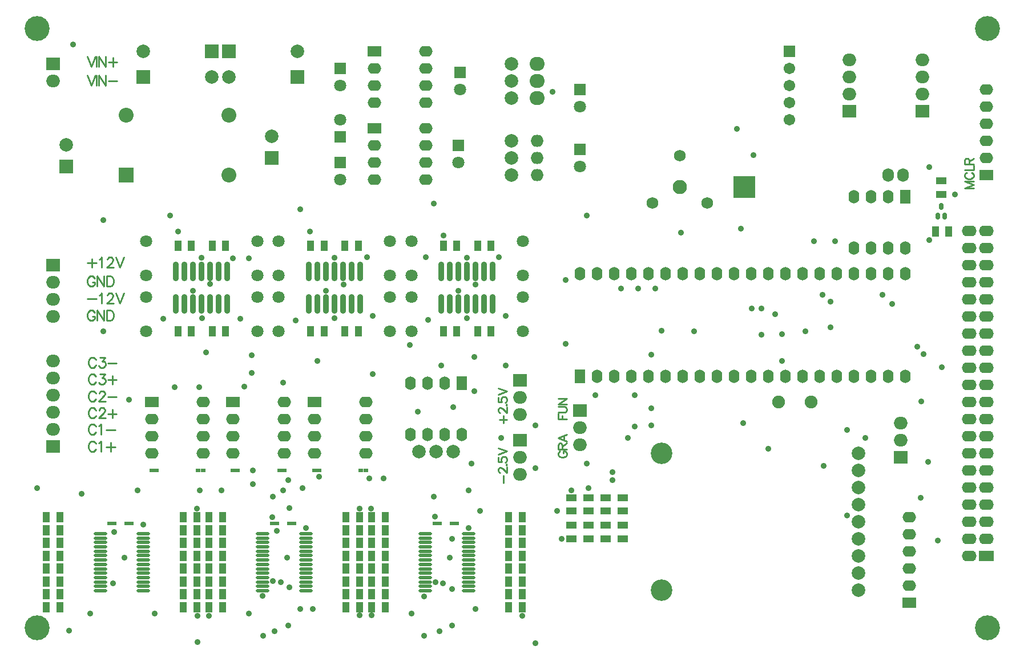
<source format=gts>
%FSTAX25Y25*%
%MOIN*%
%SFA1B1*%

%IPPOS*%
%AMD12*
4,1,8,0.006600,0.018800,-0.006600,0.018800,-0.012900,0.012500,-0.012900,-0.012500,-0.006600,-0.018800,0.006600,-0.018800,0.012900,-0.012500,0.012900,0.012500,0.006600,0.018800,0.0*
1,1,0.012440,0.006600,0.012500*
1,1,0.012440,-0.006600,0.012500*
1,1,0.012440,-0.006600,-0.012500*
1,1,0.012440,0.006600,-0.012500*
%
%ADD10C,0.010000*%
%ADD11R,0.059180X0.043430*%
G04~CAMADD=12~8~0.0~0.0~257.2~375.3~62.2~0.0~15~0.0~0.0~0.0~0.0~0~0.0~0.0~0.0~0.0~0~0.0~0.0~0.0~0.0~257.2~375.3*
%ADD12D12*%
%ADD13R,0.043430X0.059180*%
%ADD14O,0.035560X0.114300*%
%ADD15O,0.078870X0.019810*%
%ADD16R,0.027690X0.023750*%
%ADD17C,0.070990*%
%ADD18C,0.078870*%
%ADD19O,0.078870X0.074930*%
%ADD20R,0.078870X0.074930*%
%ADD21C,0.074930*%
%ADD22C,0.126110*%
%ADD23R,0.063120X0.078870*%
%ADD24O,0.063120X0.078870*%
%ADD25O,0.067060X0.078870*%
%ADD26R,0.126110X0.126110*%
%ADD27C,0.082800*%
%ADD28C,0.068000*%
%ADD29R,0.070990X0.070990*%
%ADD30O,0.074930X0.070990*%
%ADD31O,0.086740X0.082800*%
%ADD32O,0.078870X0.063120*%
%ADD33R,0.078870X0.063120*%
%ADD34R,0.078870X0.078870*%
%ADD35R,0.078870X0.078870*%
%ADD36C,0.086740*%
%ADD37R,0.086740X0.086740*%
%ADD38C,0.067060*%
%ADD39R,0.067060X0.067060*%
%ADD40R,0.078870X0.063120*%
%ADD41O,0.078870X0.063120*%
%ADD42C,0.145800*%
%ADD43R,0.086740X0.063120*%
%ADD44O,0.086740X0.063120*%
%ADD45C,0.035560*%
%LNdigitalizador_rpi-1*%
%LPD*%
G54D10*
X0553702Y0268878D02*
X0558819D01*
X0553702D02*
X0558819Y0270827D01*
X0553702Y0272777D02*
X0558819Y0270827D01*
X0553702Y0272777D02*
X0558819D01*
X055492Y0277894D02*
X0554433Y027765D01*
X0553946Y0277163*
X0553702Y0276675*
Y0275701*
X0553946Y0275213*
X0554433Y0274726*
X055492Y0274482*
X0555651Y0274239*
X055687*
X0557601Y0274482*
X0558088Y0274726*
X0558575Y0275213*
X0558819Y0275701*
Y0276675*
X0558575Y0277163*
X0558088Y027765*
X0557601Y0277894*
X0553702Y0279331D02*
X0558819D01*
Y0282255*
X0553702Y0282816D02*
X0558819D01*
X0553702D02*
Y0285009D01*
X0553946Y028574*
X0554189Y0285983*
X0554677Y0286227*
X0555164*
X0555651Y0285983*
X0555895Y028574*
X0556139Y0285009*
Y0282816*
Y0284521D02*
X0558819Y0286227D01*
X0316202Y0133878D02*
X0321319D01*
X0316202D02*
Y0137046D01*
X0318639Y0133878D02*
Y0135827D01*
X0316202Y013763D02*
X0319857D01*
X0320588Y0137874*
X0321075Y0138361*
X0321319Y0139092*
Y013958*
X0321075Y0140311*
X0320588Y0140798*
X0319857Y0141042*
X0316202*
Y0142455D02*
X0321319D01*
X0316202D02*
X0321319Y0145866D01*
X0316202D02*
X0321319D01*
X031742Y0115033D02*
X0316933Y0114789D01*
X0316446Y0114302*
X0316202Y0113815*
Y011284*
X0316446Y0112353*
X0316933Y0111865*
X031742Y0111622*
X0318151Y0111378*
X031937*
X0320101Y0111622*
X0320588Y0111865*
X0321075Y0112353*
X0321319Y011284*
Y0113815*
X0321075Y0114302*
X0320588Y0114789*
X0320101Y0115033*
X031937*
Y0113815D02*
Y0115033D01*
X0316202Y0116203D02*
X0321319D01*
X0316202D02*
Y0118396D01*
X0316446Y0119127*
X0316689Y011937*
X0317177Y0119614*
X0317664*
X0318151Y011937*
X0318395Y0119127*
X0318639Y0118396*
Y0116203*
Y0117908D02*
X0321319Y0119614D01*
Y0124658D02*
X0316202Y0122708D01*
X0321319Y0120759*
X0319613Y012149D02*
Y0123927D01*
X0284126Y0096378D02*
Y0100764D01*
X028242Y0102518D02*
X0282177D01*
X0281689Y0102762*
X0281446Y0103006*
X0281202Y0103493*
Y0104468*
X0281446Y0104955*
X0281689Y0105199*
X0282177Y0105442*
X0282664*
X0283151Y0105199*
X0283882Y0104711*
X0286319Y0102275*
Y0105686*
X0285832Y0107075D02*
X0286075Y0106831D01*
X0286319Y0107075*
X0286075Y0107319*
X0285832Y0107075*
X0281202Y0111363D02*
Y0108927D01*
X0283395Y0108683*
X0283151Y0108927*
X0282908Y0109658*
Y0110389*
X0283151Y011112*
X0283639Y0111607*
X028437Y0111851*
X0284857*
X0285588Y0111607*
X0286075Y011112*
X0286319Y0110389*
Y0109658*
X0286075Y0108927*
X0285832Y0108683*
X0285344Y010844*
X0281202Y0112996D02*
X0286319Y0114945D01*
X0281202Y0116895D02*
X0286319Y0114945D01*
X0281933Y0133571D02*
X0286319D01*
X0284126Y0131378D02*
Y0135764D01*
X028242Y0137518D02*
X0282177D01*
X0281689Y0137762*
X0281446Y0138006*
X0281202Y0138493*
Y0139468*
X0281446Y0139955*
X0281689Y0140199*
X0282177Y0140442*
X0282664*
X0283151Y0140199*
X0283882Y0139711*
X0286319Y0137275*
Y0140686*
X0285832Y0142075D02*
X0286075Y0141831D01*
X0286319Y0142075*
X0286075Y0142319*
X0285832Y0142075*
X0281202Y0146363D02*
Y0143927D01*
X0283395Y0143683*
X0283151Y0143927*
X0282908Y0144658*
Y0145389*
X0283151Y014612*
X0283639Y0146607*
X028437Y0146851*
X0284857*
X0285588Y0146607*
X0286075Y014612*
X0286319Y0145389*
Y0144658*
X0286075Y0143927*
X0285832Y0143683*
X0285344Y0143439*
X0281202Y0147996D02*
X0286319Y0149945D01*
X0281202Y0151895D02*
X0286319Y0149945D01*
X0041319Y0334877D02*
X0043604Y0328878D01*
X0045889Y0334877D02*
X0043604Y0328878D01*
X0046661Y0334877D02*
Y0328878D01*
X0047918Y0334877D02*
Y0328878D01*
Y0334877D02*
X0051917Y0328878D01*
Y0334877D02*
Y0328878D01*
X0053573Y0331449D02*
X0058715D01*
X0041319Y0345877D02*
X0043604Y0339878D01*
X0045889Y0345877D02*
X0043604Y0339878D01*
X0046661Y0345877D02*
Y0339878D01*
X0047918Y0345877D02*
Y0339878D01*
Y0345877D02*
X0051917Y0339878D01*
Y0345877D02*
Y0339878D01*
X0056144Y034502D02*
Y0339878D01*
X0053573Y0342449D02*
X0058715D01*
X004389Y022752D02*
Y0222378D01*
X0041319Y0224949D02*
X0046461D01*
X0048232Y0227234D02*
X0048803Y022752D01*
X004966Y0228377*
Y0222378*
X0052916Y0226948D02*
Y0227234D01*
X0053202Y0227805*
X0053488Y0228091*
X0054059Y0228377*
X0055202*
X0055773Y0228091*
X0056059Y0227805*
X0056344Y0227234*
Y0226663*
X0056059Y0226091*
X0055487Y0225235*
X0052631Y0222378*
X005663*
X0057973Y0228377D02*
X0060258Y0222378D01*
X0062543Y0228377D02*
X0060258Y0222378D01*
X0045604Y0195948D02*
X0045318Y019652D01*
X0044747Y0197091*
X0044175Y0197377*
X0043033*
X0042461Y0197091*
X004189Y019652*
X0041605Y0195948*
X0041319Y0195091*
Y0193663*
X0041605Y0192806*
X004189Y0192235*
X0042461Y0191664*
X0043033Y0191378*
X0044175*
X0044747Y0191664*
X0045318Y0192235*
X0045604Y0192806*
Y0193663*
X0044175D02*
X0045604D01*
X0046975Y0197377D02*
Y0191378D01*
Y0197377D02*
X0050974Y0191378D01*
Y0197377D02*
Y0191378D01*
X0052631Y0197377D02*
Y0191378D01*
Y0197377D02*
X005463D01*
X0055487Y0197091*
X0056059Y019652*
X0056344Y0195948*
X005663Y0195091*
Y0193663*
X0056344Y0192806*
X0056059Y0192235*
X0055487Y0191664*
X005463Y0191378*
X0052631*
X0041319Y0203949D02*
X0046461D01*
X0048232Y0206234D02*
X0048803Y020652D01*
X004966Y0207377*
Y0201378*
X0052916Y0205948D02*
Y0206234D01*
X0053202Y0206805*
X0053488Y0207091*
X0054059Y0207377*
X0055202*
X0055773Y0207091*
X0056059Y0206805*
X0056344Y0206234*
Y0205663*
X0056059Y0205091*
X0055487Y0204235*
X0052631Y0201378*
X005663*
X0057973Y0207377D02*
X0060258Y0201378D01*
X0062543Y0207377D02*
X0060258Y0201378D01*
X0045604Y0215948D02*
X0045318Y021652D01*
X0044747Y0217091*
X0044175Y0217377*
X0043033*
X0042461Y0217091*
X004189Y021652*
X0041605Y0215948*
X0041319Y0215091*
Y0213663*
X0041605Y0212806*
X004189Y0212235*
X0042461Y0211664*
X0043033Y0211378*
X0044175*
X0044747Y0211664*
X0045318Y0212235*
X0045604Y0212806*
Y0213663*
X0044175D02*
X0045604D01*
X0046975Y0217377D02*
Y0211378D01*
Y0217377D02*
X0050974Y0211378D01*
Y0217377D02*
Y0211378D01*
X0052631Y0217377D02*
Y0211378D01*
Y0217377D02*
X005463D01*
X0055487Y0217091*
X0056059Y021652*
X0056344Y0215948*
X005663Y0215091*
Y0213663*
X0056344Y0212806*
X0056059Y0212235*
X0055487Y0211664*
X005463Y0211378*
X0052631*
X0046231Y0168448D02*
X0045946Y016902D01*
X0045374Y0169591*
X0044803Y0169877*
X004366*
X0043089Y0169591*
X0042518Y016902*
X0042232Y0168448*
X0041946Y0167592*
Y0166163*
X0042232Y0165306*
X0042518Y0164735*
X0043089Y0164164*
X004366Y0163878*
X0044803*
X0045374Y0164164*
X0045946Y0164735*
X0046231Y0165306*
X0048488Y0169877D02*
X005163D01*
X0049916Y0167592*
X0050773*
X0051344Y0167306*
X005163Y016702*
X0051916Y0166163*
Y0165592*
X005163Y0164735*
X0051059Y0164164*
X0050202Y0163878*
X0049345*
X0048488Y0164164*
X0048202Y0164449*
X0047917Y0165021*
X0053258Y0166449D02*
X00584D01*
X0046231Y0158645D02*
X0045946Y0159216D01*
X0045374Y0159788*
X0044803Y0160073*
X004366*
X0043089Y0159788*
X0042518Y0159216*
X0042232Y0158645*
X0041946Y0157788*
Y015636*
X0042232Y0155503*
X0042518Y0154932*
X0043089Y015436*
X004366Y0154075*
X0044803*
X0045374Y015436*
X0045946Y0154932*
X0046231Y0155503*
X0048488Y0160073D02*
X005163D01*
X0049916Y0157788*
X0050773*
X0051344Y0157502*
X005163Y0157217*
X0051916Y015636*
Y0155789*
X005163Y0154932*
X0051059Y015436*
X0050202Y0154075*
X0049345*
X0048488Y015436*
X0048202Y0154646*
X0047917Y0155217*
X0055829Y0159216D02*
Y0154075D01*
X0053258Y0156646D02*
X00584D01*
X0046231Y0129373D02*
X0045946Y0129945D01*
X0045374Y0130516*
X0044803Y0130802*
X004366*
X0043089Y0130516*
X0042518Y0129945*
X0042232Y0129373*
X0041946Y0128516*
Y0127088*
X0042232Y0126231*
X0042518Y012566*
X0043089Y0125089*
X004366Y0124803*
X0044803*
X0045374Y0125089*
X0045946Y012566*
X0046231Y0126231*
X0047917Y0129659D02*
X0048488Y0129945D01*
X0049345Y0130802*
Y0124803*
X0052316Y0127374D02*
X0057457D01*
X0046231Y0119393D02*
X0045946Y0119964D01*
X0045374Y0120536*
X0044803Y0120821*
X004366*
X0043089Y0120536*
X0042518Y0119964*
X0042232Y0119393*
X0041946Y0118536*
Y0117108*
X0042232Y0116251*
X0042518Y011568*
X0043089Y0115108*
X004366Y0114822*
X0044803*
X0045374Y0115108*
X0045946Y011568*
X0046231Y0116251*
X0047917Y0119679D02*
X0048488Y0119964D01*
X0049345Y0120821*
Y0114822*
X0054887Y0119964D02*
Y0114822D01*
X0052316Y0117393D02*
X0057457D01*
X0046231Y0138881D02*
X0045946Y0139453D01*
X0045374Y0140024*
X0044803Y014031*
X004366*
X0043089Y0140024*
X0042518Y0139453*
X0042232Y0138881*
X0041946Y0138024*
Y0136596*
X0042232Y0135739*
X0042518Y0135168*
X0043089Y0134597*
X004366Y0134311*
X0044803*
X0045374Y0134597*
X0045946Y0135168*
X0046231Y0135739*
X0048202Y0138881D02*
Y0139167D01*
X0048488Y0139738*
X0048774Y0140024*
X0049345Y014031*
X0050488*
X0051059Y0140024*
X0051344Y0139738*
X005163Y0139167*
Y0138596*
X0051344Y0138024*
X0050773Y0137167*
X0047917Y0134311*
X0051916*
X0055829Y0139453D02*
Y0134311D01*
X0053258Y0136882D02*
X00584D01*
X0046231Y0148724D02*
X0045946Y0149295D01*
X0045374Y0149866*
X0044803Y0150152*
X004366*
X0043089Y0149866*
X0042518Y0149295*
X0042232Y0148724*
X0041946Y0147867*
Y0146439*
X0042232Y0145582*
X0042518Y014501*
X0043089Y0144439*
X004366Y0144153*
X0044803*
X0045374Y0144439*
X0045946Y014501*
X0046231Y0145582*
X0048202Y0148724D02*
Y014901D01*
X0048488Y0149581*
X0048774Y0149866*
X0049345Y0150152*
X0050488*
X0051059Y0149866*
X0051344Y0149581*
X005163Y014901*
Y0148438*
X0051344Y0147867*
X0050773Y014701*
X0047917Y0144153*
X0051916*
X0053258Y0146724D02*
X00584D01*
G54D11*
X054006Y0272943D03*
Y0265069D03*
X0353819Y0071752D03*
Y0063878D03*
X0343819Y0071752D03*
Y0063878D03*
X0333819Y0071752D03*
Y0063878D03*
X0323819Y0071752D03*
Y0063878D03*
X0353819Y0087815D03*
Y0079941D03*
X0323819Y0087815D03*
Y0079941D03*
X0343819Y0087815D03*
Y0079941D03*
X0333819Y0087815D03*
Y0079941D03*
G54D12*
X0538091Y0252343D03*
X0542028D03*
X0540059Y0258051D03*
G54D13*
X0536457Y0243307D03*
X0544331D03*
X0269134Y0185256D03*
X0277008D03*
X0249134D03*
X0257008D03*
X0191634D03*
X0199508D03*
X0171634D03*
X0179508D03*
X0114134D03*
X0122008D03*
X0094134D03*
X0102008D03*
X0017382Y0023878D03*
X0025256D03*
X0017382Y0031378D03*
X0025256D03*
X0017382Y0076378D03*
X0025256D03*
X0017382Y0068878D03*
X0025256D03*
X0017382Y0061378D03*
X0025256D03*
X0017382Y0053878D03*
X0025256D03*
X0017382Y0046378D03*
X0025256D03*
X0017382Y0038878D03*
X0025256D03*
X0105256Y0023878D03*
X0097382D03*
X0105256Y0031378D03*
X0097382D03*
X0105256Y0076378D03*
X0097382D03*
X0105256Y0068878D03*
X0097382D03*
X0105256Y0061378D03*
X0097382D03*
X0105256Y0053878D03*
X0097382D03*
X0105256Y0046378D03*
X0097382D03*
X0105256Y0038878D03*
X0097382D03*
X0112382Y0023878D03*
X0120256D03*
X0112382Y0031378D03*
X0120256D03*
X0112382Y0068878D03*
X0120256D03*
X0112382Y0061378D03*
X0120256D03*
X0112382Y0053878D03*
X0120256D03*
X0112382Y0046378D03*
X0120256D03*
X0112382Y0038878D03*
X0120256D03*
X0200256Y0023878D03*
X0192382D03*
X0200256Y0031378D03*
X0192382D03*
X0200256Y0076378D03*
X0192382D03*
X0200256Y0068878D03*
X0192382D03*
X0200256Y0061378D03*
X0192382D03*
X0200256Y0053878D03*
X0192382D03*
X0200256Y0046378D03*
X0192382D03*
X0200256Y0038878D03*
X0192382D03*
X0207382Y0031378D03*
X0215256D03*
X0207382Y0023878D03*
X0215256D03*
X0207382Y0076378D03*
X0215256D03*
X0207382Y0068878D03*
X0215256D03*
X0207382Y0061378D03*
X0215256D03*
X0207382Y0053878D03*
X0215256D03*
X0207382Y0046378D03*
X0215256D03*
X0207382Y0038878D03*
X0215256D03*
X0295256Y0023878D03*
X0287382D03*
X0295256Y0031378D03*
X0287382D03*
X0295256Y0038878D03*
X0287382D03*
X0295256Y0046378D03*
X0287382D03*
X0295256Y0053878D03*
X0287382D03*
X0295256Y0061378D03*
X0287382D03*
X0295256Y0068878D03*
X0287382D03*
X0295256Y0076378D03*
X0287382D03*
X0112382D03*
X0120256D03*
X0249134Y0235256D03*
X0257008D03*
X0277008D03*
X0269134D03*
X0199508D03*
X0191634D03*
X0171634D03*
X0179508D03*
X0122008D03*
X0114134D03*
X0094134D03*
X0102008D03*
G54D14*
X0200571Y0220256D03*
X0195571D03*
X0190571D03*
X0185571D03*
X0180571D03*
X0175571D03*
X0170571D03*
X0200571Y0200964D03*
X0195571D03*
X0190571D03*
X0185571D03*
X0180571D03*
X0175571D03*
X0170571D03*
X0248071D03*
X0253071D03*
X0258071D03*
X0263071D03*
X0268071D03*
X0273071D03*
X0278071D03*
X0248071Y0220256D03*
X0253071D03*
X0258071D03*
X0263071D03*
X0268071D03*
X0273071D03*
X0278071D03*
X0093071Y0200964D03*
X0098071D03*
X0103071D03*
X0108071D03*
X0113071D03*
X0118071D03*
X0123071D03*
X0093071Y0220256D03*
X0098071D03*
X0103071D03*
X0108071D03*
X0113071D03*
X0118071D03*
X0123071D03*
G54D15*
X0263819Y0033465D03*
Y0036024D03*
Y0038583D03*
Y0041142D03*
Y0043701D03*
Y004626D03*
Y0048819D03*
Y0051378D03*
Y0053937D03*
Y0056496D03*
Y0059055D03*
Y0061614D03*
Y0064173D03*
Y0066732D03*
X0238622D03*
Y0064173D03*
Y0061614D03*
Y0059055D03*
Y0056496D03*
Y0053937D03*
Y0051378D03*
Y0048819D03*
Y004626D03*
Y0043701D03*
Y0041142D03*
Y0038583D03*
Y0036024D03*
Y0033465D03*
X0168819D03*
Y0036024D03*
Y0038583D03*
Y0041142D03*
Y0043701D03*
Y004626D03*
Y0048819D03*
Y0051378D03*
Y0053937D03*
Y0056496D03*
Y0059055D03*
Y0061614D03*
Y0064173D03*
Y0066732D03*
X0143622D03*
Y0064173D03*
Y0061614D03*
Y0059055D03*
Y0056496D03*
Y0053937D03*
Y0051378D03*
Y0048819D03*
Y004626D03*
Y0043701D03*
Y0041142D03*
Y0038583D03*
Y0036024D03*
Y0033465D03*
X0074016D03*
Y0036024D03*
Y0038583D03*
Y0041142D03*
Y0043701D03*
Y004626D03*
Y0048819D03*
Y0051378D03*
Y0053937D03*
Y0056496D03*
Y0059055D03*
Y0061614D03*
Y0064173D03*
Y0066732D03*
X0048819D03*
Y0064173D03*
Y0061614D03*
Y0059055D03*
Y0056496D03*
Y0053937D03*
Y0051378D03*
Y0048819D03*
Y004626D03*
Y0043701D03*
Y0041142D03*
Y0038583D03*
Y0036024D03*
Y0033465D03*
G54D16*
X0256949Y0072756D03*
X0254193D03*
X0244193D03*
X0246949D03*
X0161949D03*
X0159193D03*
X0149193D03*
X0151949D03*
X0066949D03*
X0064193D03*
X0054193D03*
X0056949D03*
X0106063Y0103878D03*
X0108819D03*
X0081575D03*
X0078819D03*
X0153563D03*
X0156319D03*
X0129075D03*
X0126319D03*
X0201063D03*
X0203819D03*
X0176575D03*
X0173819D03*
G54D17*
X0295571Y0217756D03*
Y0237756D03*
X0230571Y0217756D03*
Y0237756D03*
X0218071Y0217756D03*
Y0237756D03*
X0153071Y0217756D03*
Y0237756D03*
X0140571Y0217756D03*
Y0237756D03*
X0075571Y0217756D03*
Y0237756D03*
X0295571Y0205256D03*
Y0185256D03*
X0230571D03*
Y0205256D03*
X0218071D03*
Y0185256D03*
X0153071D03*
Y0205256D03*
X0140571D03*
Y0185256D03*
X0075571D03*
Y0205256D03*
X0328819Y0281378D03*
Y0316378D03*
X0188819Y0273878D03*
X0258071Y0283839D03*
X0258819Y0326378D03*
X0188819Y0308878D03*
Y0328878D03*
G54D18*
X0234823Y0114664D03*
X0254823D03*
X0244823D03*
X0491732Y0113878D03*
Y0103878D03*
Y0093878D03*
Y0083878D03*
Y0073878D03*
Y0063878D03*
Y0053878D03*
Y0043878D03*
Y0033878D03*
X0288819Y0341378D03*
Y0321378D03*
Y0331378D03*
Y0296378D03*
Y0276378D03*
Y0286378D03*
X0148819Y0298976D03*
X0123819Y0333878D03*
X0163819Y0348878D03*
X0073819D03*
X0113819Y0333878D03*
X0028819Y0293976D03*
G54D19*
X0293819Y0136378D03*
Y0146378D03*
Y0101378D03*
Y0111378D03*
X0021319Y0331378D03*
X0516319Y0121378D03*
Y0131378D03*
X0528819Y0323878D03*
Y0333878D03*
Y0343878D03*
X0328819Y0128878D03*
Y0118878D03*
X0486319Y0323878D03*
Y0333878D03*
Y0343878D03*
X0021319Y0167756D03*
Y0157756D03*
Y0147756D03*
Y0137756D03*
Y0127756D03*
Y0213878D03*
Y0203878D03*
Y0193878D03*
G54D20*
X0293819Y0156378D03*
Y0121378D03*
X0021319Y0341378D03*
X0516319Y0111378D03*
X0528819Y0313878D03*
X0328819Y0138878D03*
X0486319Y0313878D03*
X0021319Y0117756D03*
Y0223878D03*
G54D21*
X0444921Y0143878D03*
X0463819D03*
G54D22*
X0376732Y0113878D03*
Y0033878D03*
G54D23*
X0328819Y0158878D03*
X0518819Y0263878D03*
X0259823Y0154665D03*
G54D24*
X0338819Y0158878D03*
X0348819D03*
X0358819D03*
X0368819D03*
X0378819D03*
X0388819D03*
X0398819D03*
X0408819D03*
X0418819D03*
X0428819D03*
X0438819D03*
X0448819D03*
X0458819D03*
X0468819D03*
X0478819D03*
X0488819D03*
X0498819D03*
X0508819D03*
X0518819D03*
X0328819Y0218878D03*
X0338819D03*
X0348819D03*
X0358819D03*
X0368819D03*
X0378819D03*
X0388819D03*
X0398819D03*
X0408819D03*
X0418819D03*
X0428819D03*
X0438819D03*
X0448819D03*
X0458819D03*
X0468819D03*
X0478819D03*
X0488819D03*
X0498819D03*
X0508819D03*
X0518819D03*
X0488819Y0233878D03*
X0498819D03*
X0508819D03*
X0518819D03*
X0488819Y0263878D03*
X0498819D03*
X0508819D03*
X0229823Y0124664D03*
X0239823D03*
X0249823D03*
X0259823D03*
X0229823Y0154665D03*
X0239823D03*
X0249823D03*
G54D25*
X0508819Y0276378D03*
X0517569D03*
G54D26*
X0425072Y0269311D03*
G54D27*
X0387277Y0269311D03*
G54D28*
X0387277Y0287815D03*
X0371135Y0260256D03*
X0403419D03*
G54D29*
X0328819Y0291378D03*
Y0326378D03*
X0188819Y0283878D03*
X0258071Y0293839D03*
X0258819Y0336378D03*
X0188819Y0298878D03*
Y0338878D03*
G54D30*
X0303819Y0286378D03*
Y0296378D03*
Y0276378D03*
G54D31*
X0303819Y0321378D03*
Y0331378D03*
Y0341378D03*
G54D32*
X0238819Y0318878D03*
Y0328878D03*
Y0338878D03*
Y0348878D03*
X0208819Y0318878D03*
Y0328878D03*
Y0338878D03*
X0238819Y0273878D03*
Y0283878D03*
Y0293878D03*
Y0303878D03*
X0208819Y0273878D03*
Y0283878D03*
Y0293878D03*
X0078819Y0133878D03*
Y0123878D03*
Y0113878D03*
X0108819Y0143878D03*
Y0133878D03*
Y0123878D03*
Y0113878D03*
X0126319Y0133878D03*
Y0123878D03*
Y0113878D03*
X0156319Y0143878D03*
Y0133878D03*
Y0123878D03*
Y0113878D03*
X0173819Y0133878D03*
Y0123878D03*
Y0113878D03*
X0203819Y0143878D03*
Y0133878D03*
Y0123878D03*
Y0113878D03*
G54D33*
X0208819Y0348878D03*
Y0303878D03*
X0078819Y0143878D03*
X0126319D03*
X0173819D03*
G54D34*
X0148819Y0286378D03*
X0028819Y0281378D03*
G54D35*
X0163819Y0333878D03*
X0123819Y0348878D03*
X0113819D03*
X0073819Y0333878D03*
G54D36*
X0123819Y0311378D03*
X0063819D03*
X0123819Y0276378D03*
G54D37*
X0063819Y0276378D03*
G54D38*
X0451319Y0308878D03*
Y0318878D03*
Y0328878D03*
Y0338878D03*
G54D39*
X0451319Y0348878D03*
G54D40*
X0521319Y0026378D03*
X0566319Y0276378D03*
G54D41*
X0521319Y0036378D03*
Y0046378D03*
Y0056378D03*
Y0066378D03*
Y0076378D03*
X0566319Y0286378D03*
Y0296378D03*
Y0306378D03*
Y0316378D03*
Y0326378D03*
G54D42*
X0011811Y0011811D03*
Y0362205D03*
X0566929Y0011811D03*
Y0362205D03*
G54D43*
X0566319Y0053878D03*
G54D44*
X0556319Y0053878D03*
X0566319Y0063878D03*
X0556319D03*
X0566319Y0073878D03*
X0556319D03*
X0566319Y0083878D03*
X0556319D03*
X0566319Y0093878D03*
X0556319D03*
X0566319Y0103878D03*
X0556319D03*
X0566319Y0113878D03*
X0556319D03*
X0566319Y0123878D03*
X0556319D03*
X0566319Y0133878D03*
X0556319D03*
X0566319Y0143878D03*
X0556319D03*
X0566319Y0153878D03*
X0556319D03*
X0566319Y0163878D03*
X0556319D03*
X0566319Y0173878D03*
X0556319D03*
X0566319Y0183878D03*
X0556319D03*
X0566319Y0193878D03*
X0556319D03*
X0566319Y0203878D03*
X0556319D03*
X0566319Y0213878D03*
X0556319D03*
X0566319Y0223878D03*
X0556319D03*
X0566319Y0233878D03*
X0556319D03*
X0566319Y0243878D03*
X0556319D03*
G54D45*
X0395571Y0185256D03*
X0320571Y0177756D03*
X0338071Y0147756D03*
X0333071Y0107756D03*
X0538071Y0062756D03*
X0528071Y0087756D03*
X0460571Y0185256D03*
X0443071Y0195256D03*
X0478071Y0237756D03*
X0465571D03*
X0313071Y0325256D03*
X0388071Y0242756D03*
X0033071Y0352756D03*
X0315571Y0080256D03*
X0370571Y0130256D03*
Y0140256D03*
X0548071Y0265256D03*
X0065571Y0145256D03*
X0133071Y0152756D03*
X0155571Y0155256D03*
X0303071Y0130256D03*
X0110571Y0172756D03*
X0175571Y0167756D03*
X0043071Y0020256D03*
X0080571D03*
X0135571D03*
X0165571Y0022756D03*
X0173071D03*
X0230571Y0020256D03*
X0268071Y0022756D03*
X0303071Y0002756D03*
X0270571Y0080256D03*
X0303071Y0105256D03*
X0283071Y0122756D03*
X0050571Y0185256D03*
X0030571Y0010256D03*
X0063071Y0052756D03*
X0158071D03*
X0253071D03*
X0265571Y0107756D03*
X0285571Y0165256D03*
X0320571Y0215256D03*
X0353071Y0210256D03*
X0363071D03*
X0373071D03*
X0333071Y0252756D03*
X0248071Y0165256D03*
X0208071Y0160256D03*
X0038071Y0090256D03*
X0050571Y0250256D03*
X0420471Y0303543D03*
X053307Y0238582D03*
X0533071Y0281102D03*
X0532323Y0108661D03*
X0011811Y0093307D03*
X0263071Y0192786D03*
X0158661Y0098032D03*
X0159292Y0081889D03*
X0176654Y0100256D03*
X0166929Y0093307D03*
X0057087Y0067775D03*
X005626Y0037795D03*
X0151949Y0068287D03*
X0149528Y0038976D03*
X0138071Y0103681D03*
Y0095669D03*
X0267165Y0169961D03*
Y015D03*
X0229527Y0177165D03*
X0234291Y0138189D03*
X0254882Y0140925D03*
X0244528Y0038583D03*
X0254331Y0063642D03*
X031811D03*
X0438819Y0116575D03*
X0485079Y0127559D03*
X0495669Y0122835D03*
X0528208Y0144095D03*
X0422919Y0244941D03*
X0525984Y0175984D03*
X0434882Y0198583D03*
Y0183071D03*
X044685Y0183405D03*
X0446791Y0167756D03*
X0357087Y0122835D03*
X0360964Y0129567D03*
X037061Y0171378D03*
X0529528Y0171912D03*
X0430419Y0288189D03*
X0429321Y0198583D03*
X0470472Y0206378D03*
X0511419Y0201004D03*
X0475197Y0202382D03*
X0376732Y0185433D03*
X0424409Y0131535D03*
X0540305Y0164025D03*
X0360964Y0147756D03*
X0484803Y007752D03*
X0348071Y0102756D03*
X0323819Y0092027D03*
X0348071Y0098032D03*
X0333819Y0093307D03*
X0092165Y0152578D03*
X0214173Y0099212D03*
X0205906D03*
X0281496Y0228329D03*
X0107087Y0092126D03*
X0119685D03*
X0106752Y0152578D03*
X0137382Y017126D03*
Y016063D03*
X0264016Y0069941D03*
X0263819Y0092126D03*
X0169035Y0069941D03*
X015549Y0092126D03*
X0073819Y0072047D03*
X0070571Y0092126D03*
X0207087Y0081496D03*
X0105384D03*
X0200256D03*
X0243701Y0088583D03*
X0149528D03*
X0240158Y0191604D03*
X0163071Y0191339D03*
X0085571Y0192441D03*
X0244193Y0076772D03*
X0149193Y0076378D03*
X0295256Y0018898D03*
X0207382Y0019026D03*
X0200256D03*
X0112382Y0018898D03*
X0105512D03*
X0158661Y0012992D03*
X0150709Y0009843D03*
X0254193Y0012992D03*
X024685Y0009843D03*
X0105512Y0003543D03*
X0237795Y0030118D03*
X0249055Y0037795D03*
X0237795Y0007087D03*
X0143657Y0030547D03*
X0154252Y0038287D03*
X0143819Y0007087D03*
X0159291Y0035433D03*
X0254291Y0034331D03*
X0126358Y0227756D03*
X0135453D03*
X0204725Y0228329D03*
X0238977D03*
X0285571Y0194137D03*
X0268071Y0212421D03*
X025807Y0208642D03*
X0249134Y0240945D03*
X0263071Y0227953D03*
X0190787Y0212579D03*
X0113071Y0212598D03*
X0108071Y0227953D03*
X0130571Y019252D03*
X0102976Y0208878D03*
X010813Y0192756D03*
X0185571Y0227953D03*
X0208071Y0194137D03*
X0185571Y0192786D03*
X0180571Y0208878D03*
X017126Y0243307D03*
X0094134D03*
X0089527Y0252756D03*
X0165748Y0256299D03*
X0471437Y0106299D03*
X0475197Y0187441D03*
X050561Y0206378D03*
X0243701Y0259842D03*
M02*
</source>
